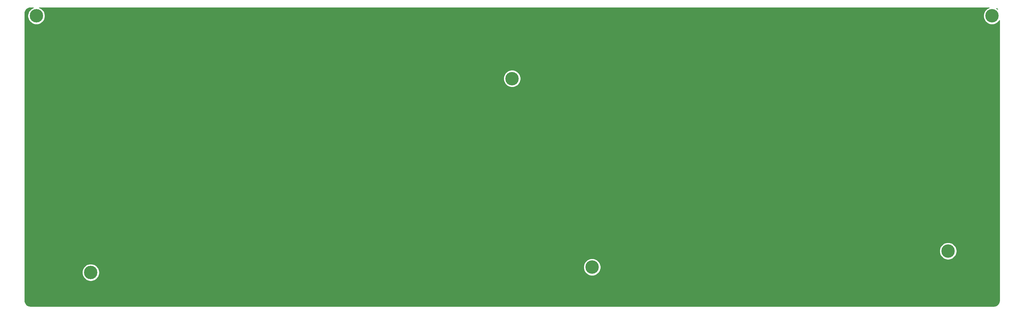
<source format=gbl>
G04 #@! TF.GenerationSoftware,KiCad,Pcbnew,(5.1.10)-1*
G04 #@! TF.CreationDate,2021-08-04T14:20:10+01:00*
G04 #@! TF.ProjectId,EnvKB65_bottom,456e764b-4236-4355-9f62-6f74746f6d2e,rev?*
G04 #@! TF.SameCoordinates,Original*
G04 #@! TF.FileFunction,Copper,L2,Bot*
G04 #@! TF.FilePolarity,Positive*
%FSLAX46Y46*%
G04 Gerber Fmt 4.6, Leading zero omitted, Abs format (unit mm)*
G04 Created by KiCad (PCBNEW (5.1.10)-1) date 2021-08-04 14:20:10*
%MOMM*%
%LPD*%
G01*
G04 APERTURE LIST*
G04 #@! TA.AperFunction,ComponentPad*
%ADD10C,4.400000*%
G04 #@! TD*
G04 #@! TA.AperFunction,NonConductor*
%ADD11C,0.254000*%
G04 #@! TD*
G04 #@! TA.AperFunction,NonConductor*
%ADD12C,0.100000*%
G04 #@! TD*
G04 APERTURE END LIST*
D10*
X251125000Y-183475000D03*
X224900000Y-121600000D03*
X367800000Y-178200000D03*
X86800000Y-185220000D03*
X69000000Y-101000000D03*
X382200000Y-101000000D03*
D11*
X67657124Y-98487656D02*
X67192793Y-98797912D01*
X66797912Y-99192793D01*
X66487656Y-99657124D01*
X66273948Y-100173061D01*
X66165000Y-100720777D01*
X66165000Y-101279223D01*
X66273948Y-101826939D01*
X66487656Y-102342876D01*
X66797912Y-102807207D01*
X67192793Y-103202088D01*
X67657124Y-103512344D01*
X68173061Y-103726052D01*
X68720777Y-103835000D01*
X69279223Y-103835000D01*
X69826939Y-103726052D01*
X70342876Y-103512344D01*
X70807207Y-103202088D01*
X71202088Y-102807207D01*
X71512344Y-102342876D01*
X71726052Y-101826939D01*
X71835000Y-101279223D01*
X71835000Y-100720777D01*
X71726052Y-100173061D01*
X71512344Y-99657124D01*
X71202088Y-99192793D01*
X70807207Y-98797912D01*
X70342876Y-98487656D01*
X69974332Y-98335000D01*
X381225668Y-98335000D01*
X380857124Y-98487656D01*
X380392793Y-98797912D01*
X379997912Y-99192793D01*
X379687656Y-99657124D01*
X379473948Y-100173061D01*
X379365000Y-100720777D01*
X379365000Y-101279223D01*
X379473948Y-101826939D01*
X379687656Y-102342876D01*
X379997912Y-102807207D01*
X380392793Y-103202088D01*
X380857124Y-103512344D01*
X381373061Y-103726052D01*
X381920777Y-103835000D01*
X382479223Y-103835000D01*
X383026939Y-103726052D01*
X383542876Y-103512344D01*
X384007207Y-103202088D01*
X384402088Y-102807207D01*
X384615001Y-102488560D01*
X384615000Y-194416495D01*
X384577211Y-194801897D01*
X384475013Y-195140392D01*
X384309016Y-195452588D01*
X384085539Y-195726599D01*
X383813098Y-195951980D01*
X383502069Y-196120153D01*
X383164296Y-196224711D01*
X382780977Y-196265000D01*
X67033505Y-196265000D01*
X66648103Y-196227211D01*
X66309608Y-196125013D01*
X65997412Y-195959016D01*
X65723401Y-195735539D01*
X65498020Y-195463098D01*
X65329847Y-195152069D01*
X65225289Y-194814296D01*
X65185000Y-194430977D01*
X65185000Y-184940777D01*
X83965000Y-184940777D01*
X83965000Y-185499223D01*
X84073948Y-186046939D01*
X84287656Y-186562876D01*
X84597912Y-187027207D01*
X84992793Y-187422088D01*
X85457124Y-187732344D01*
X85973061Y-187946052D01*
X86520777Y-188055000D01*
X87079223Y-188055000D01*
X87626939Y-187946052D01*
X88142876Y-187732344D01*
X88607207Y-187422088D01*
X89002088Y-187027207D01*
X89312344Y-186562876D01*
X89526052Y-186046939D01*
X89635000Y-185499223D01*
X89635000Y-184940777D01*
X89526052Y-184393061D01*
X89312344Y-183877124D01*
X89002088Y-183412793D01*
X88785072Y-183195777D01*
X248290000Y-183195777D01*
X248290000Y-183754223D01*
X248398948Y-184301939D01*
X248612656Y-184817876D01*
X248922912Y-185282207D01*
X249317793Y-185677088D01*
X249782124Y-185987344D01*
X250298061Y-186201052D01*
X250845777Y-186310000D01*
X251404223Y-186310000D01*
X251951939Y-186201052D01*
X252467876Y-185987344D01*
X252932207Y-185677088D01*
X253327088Y-185282207D01*
X253637344Y-184817876D01*
X253851052Y-184301939D01*
X253960000Y-183754223D01*
X253960000Y-183195777D01*
X253851052Y-182648061D01*
X253637344Y-182132124D01*
X253327088Y-181667793D01*
X252932207Y-181272912D01*
X252467876Y-180962656D01*
X251951939Y-180748948D01*
X251404223Y-180640000D01*
X250845777Y-180640000D01*
X250298061Y-180748948D01*
X249782124Y-180962656D01*
X249317793Y-181272912D01*
X248922912Y-181667793D01*
X248612656Y-182132124D01*
X248398948Y-182648061D01*
X248290000Y-183195777D01*
X88785072Y-183195777D01*
X88607207Y-183017912D01*
X88142876Y-182707656D01*
X87626939Y-182493948D01*
X87079223Y-182385000D01*
X86520777Y-182385000D01*
X85973061Y-182493948D01*
X85457124Y-182707656D01*
X84992793Y-183017912D01*
X84597912Y-183412793D01*
X84287656Y-183877124D01*
X84073948Y-184393061D01*
X83965000Y-184940777D01*
X65185000Y-184940777D01*
X65185000Y-177920777D01*
X364965000Y-177920777D01*
X364965000Y-178479223D01*
X365073948Y-179026939D01*
X365287656Y-179542876D01*
X365597912Y-180007207D01*
X365992793Y-180402088D01*
X366457124Y-180712344D01*
X366973061Y-180926052D01*
X367520777Y-181035000D01*
X368079223Y-181035000D01*
X368626939Y-180926052D01*
X369142876Y-180712344D01*
X369607207Y-180402088D01*
X370002088Y-180007207D01*
X370312344Y-179542876D01*
X370526052Y-179026939D01*
X370635000Y-178479223D01*
X370635000Y-177920777D01*
X370526052Y-177373061D01*
X370312344Y-176857124D01*
X370002088Y-176392793D01*
X369607207Y-175997912D01*
X369142876Y-175687656D01*
X368626939Y-175473948D01*
X368079223Y-175365000D01*
X367520777Y-175365000D01*
X366973061Y-175473948D01*
X366457124Y-175687656D01*
X365992793Y-175997912D01*
X365597912Y-176392793D01*
X365287656Y-176857124D01*
X365073948Y-177373061D01*
X364965000Y-177920777D01*
X65185000Y-177920777D01*
X65185000Y-121320777D01*
X222065000Y-121320777D01*
X222065000Y-121879223D01*
X222173948Y-122426939D01*
X222387656Y-122942876D01*
X222697912Y-123407207D01*
X223092793Y-123802088D01*
X223557124Y-124112344D01*
X224073061Y-124326052D01*
X224620777Y-124435000D01*
X225179223Y-124435000D01*
X225726939Y-124326052D01*
X226242876Y-124112344D01*
X226707207Y-123802088D01*
X227102088Y-123407207D01*
X227412344Y-122942876D01*
X227626052Y-122426939D01*
X227735000Y-121879223D01*
X227735000Y-121320777D01*
X227626052Y-120773061D01*
X227412344Y-120257124D01*
X227102088Y-119792793D01*
X226707207Y-119397912D01*
X226242876Y-119087656D01*
X225726939Y-118873948D01*
X225179223Y-118765000D01*
X224620777Y-118765000D01*
X224073061Y-118873948D01*
X223557124Y-119087656D01*
X223092793Y-119397912D01*
X222697912Y-119792793D01*
X222387656Y-120257124D01*
X222173948Y-120773061D01*
X222065000Y-121320777D01*
X65185000Y-121320777D01*
X65185000Y-100183504D01*
X65222789Y-99798103D01*
X65324987Y-99459607D01*
X65490984Y-99147412D01*
X65714460Y-98873403D01*
X65986902Y-98648020D01*
X66297931Y-98479847D01*
X66635708Y-98375288D01*
X67019022Y-98335000D01*
X68025668Y-98335000D01*
X67657124Y-98487656D01*
G04 #@! TA.AperFunction,NonConductor*
D12*
G36*
X67657124Y-98487656D02*
G01*
X67192793Y-98797912D01*
X66797912Y-99192793D01*
X66487656Y-99657124D01*
X66273948Y-100173061D01*
X66165000Y-100720777D01*
X66165000Y-101279223D01*
X66273948Y-101826939D01*
X66487656Y-102342876D01*
X66797912Y-102807207D01*
X67192793Y-103202088D01*
X67657124Y-103512344D01*
X68173061Y-103726052D01*
X68720777Y-103835000D01*
X69279223Y-103835000D01*
X69826939Y-103726052D01*
X70342876Y-103512344D01*
X70807207Y-103202088D01*
X71202088Y-102807207D01*
X71512344Y-102342876D01*
X71726052Y-101826939D01*
X71835000Y-101279223D01*
X71835000Y-100720777D01*
X71726052Y-100173061D01*
X71512344Y-99657124D01*
X71202088Y-99192793D01*
X70807207Y-98797912D01*
X70342876Y-98487656D01*
X69974332Y-98335000D01*
X381225668Y-98335000D01*
X380857124Y-98487656D01*
X380392793Y-98797912D01*
X379997912Y-99192793D01*
X379687656Y-99657124D01*
X379473948Y-100173061D01*
X379365000Y-100720777D01*
X379365000Y-101279223D01*
X379473948Y-101826939D01*
X379687656Y-102342876D01*
X379997912Y-102807207D01*
X380392793Y-103202088D01*
X380857124Y-103512344D01*
X381373061Y-103726052D01*
X381920777Y-103835000D01*
X382479223Y-103835000D01*
X383026939Y-103726052D01*
X383542876Y-103512344D01*
X384007207Y-103202088D01*
X384402088Y-102807207D01*
X384615001Y-102488560D01*
X384615000Y-194416495D01*
X384577211Y-194801897D01*
X384475013Y-195140392D01*
X384309016Y-195452588D01*
X384085539Y-195726599D01*
X383813098Y-195951980D01*
X383502069Y-196120153D01*
X383164296Y-196224711D01*
X382780977Y-196265000D01*
X67033505Y-196265000D01*
X66648103Y-196227211D01*
X66309608Y-196125013D01*
X65997412Y-195959016D01*
X65723401Y-195735539D01*
X65498020Y-195463098D01*
X65329847Y-195152069D01*
X65225289Y-194814296D01*
X65185000Y-194430977D01*
X65185000Y-184940777D01*
X83965000Y-184940777D01*
X83965000Y-185499223D01*
X84073948Y-186046939D01*
X84287656Y-186562876D01*
X84597912Y-187027207D01*
X84992793Y-187422088D01*
X85457124Y-187732344D01*
X85973061Y-187946052D01*
X86520777Y-188055000D01*
X87079223Y-188055000D01*
X87626939Y-187946052D01*
X88142876Y-187732344D01*
X88607207Y-187422088D01*
X89002088Y-187027207D01*
X89312344Y-186562876D01*
X89526052Y-186046939D01*
X89635000Y-185499223D01*
X89635000Y-184940777D01*
X89526052Y-184393061D01*
X89312344Y-183877124D01*
X89002088Y-183412793D01*
X88785072Y-183195777D01*
X248290000Y-183195777D01*
X248290000Y-183754223D01*
X248398948Y-184301939D01*
X248612656Y-184817876D01*
X248922912Y-185282207D01*
X249317793Y-185677088D01*
X249782124Y-185987344D01*
X250298061Y-186201052D01*
X250845777Y-186310000D01*
X251404223Y-186310000D01*
X251951939Y-186201052D01*
X252467876Y-185987344D01*
X252932207Y-185677088D01*
X253327088Y-185282207D01*
X253637344Y-184817876D01*
X253851052Y-184301939D01*
X253960000Y-183754223D01*
X253960000Y-183195777D01*
X253851052Y-182648061D01*
X253637344Y-182132124D01*
X253327088Y-181667793D01*
X252932207Y-181272912D01*
X252467876Y-180962656D01*
X251951939Y-180748948D01*
X251404223Y-180640000D01*
X250845777Y-180640000D01*
X250298061Y-180748948D01*
X249782124Y-180962656D01*
X249317793Y-181272912D01*
X248922912Y-181667793D01*
X248612656Y-182132124D01*
X248398948Y-182648061D01*
X248290000Y-183195777D01*
X88785072Y-183195777D01*
X88607207Y-183017912D01*
X88142876Y-182707656D01*
X87626939Y-182493948D01*
X87079223Y-182385000D01*
X86520777Y-182385000D01*
X85973061Y-182493948D01*
X85457124Y-182707656D01*
X84992793Y-183017912D01*
X84597912Y-183412793D01*
X84287656Y-183877124D01*
X84073948Y-184393061D01*
X83965000Y-184940777D01*
X65185000Y-184940777D01*
X65185000Y-177920777D01*
X364965000Y-177920777D01*
X364965000Y-178479223D01*
X365073948Y-179026939D01*
X365287656Y-179542876D01*
X365597912Y-180007207D01*
X365992793Y-180402088D01*
X366457124Y-180712344D01*
X366973061Y-180926052D01*
X367520777Y-181035000D01*
X368079223Y-181035000D01*
X368626939Y-180926052D01*
X369142876Y-180712344D01*
X369607207Y-180402088D01*
X370002088Y-180007207D01*
X370312344Y-179542876D01*
X370526052Y-179026939D01*
X370635000Y-178479223D01*
X370635000Y-177920777D01*
X370526052Y-177373061D01*
X370312344Y-176857124D01*
X370002088Y-176392793D01*
X369607207Y-175997912D01*
X369142876Y-175687656D01*
X368626939Y-175473948D01*
X368079223Y-175365000D01*
X367520777Y-175365000D01*
X366973061Y-175473948D01*
X366457124Y-175687656D01*
X365992793Y-175997912D01*
X365597912Y-176392793D01*
X365287656Y-176857124D01*
X365073948Y-177373061D01*
X364965000Y-177920777D01*
X65185000Y-177920777D01*
X65185000Y-121320777D01*
X222065000Y-121320777D01*
X222065000Y-121879223D01*
X222173948Y-122426939D01*
X222387656Y-122942876D01*
X222697912Y-123407207D01*
X223092793Y-123802088D01*
X223557124Y-124112344D01*
X224073061Y-124326052D01*
X224620777Y-124435000D01*
X225179223Y-124435000D01*
X225726939Y-124326052D01*
X226242876Y-124112344D01*
X226707207Y-123802088D01*
X227102088Y-123407207D01*
X227412344Y-122942876D01*
X227626052Y-122426939D01*
X227735000Y-121879223D01*
X227735000Y-121320777D01*
X227626052Y-120773061D01*
X227412344Y-120257124D01*
X227102088Y-119792793D01*
X226707207Y-119397912D01*
X226242876Y-119087656D01*
X225726939Y-118873948D01*
X225179223Y-118765000D01*
X224620777Y-118765000D01*
X224073061Y-118873948D01*
X223557124Y-119087656D01*
X223092793Y-119397912D01*
X222697912Y-119792793D01*
X222387656Y-120257124D01*
X222173948Y-120773061D01*
X222065000Y-121320777D01*
X65185000Y-121320777D01*
X65185000Y-100183504D01*
X65222789Y-99798103D01*
X65324987Y-99459607D01*
X65490984Y-99147412D01*
X65714460Y-98873403D01*
X65986902Y-98648020D01*
X66297931Y-98479847D01*
X66635708Y-98375288D01*
X67019022Y-98335000D01*
X68025668Y-98335000D01*
X67657124Y-98487656D01*
G37*
G04 #@! TD.AperFunction*
D11*
X384076597Y-98864460D02*
X384090208Y-98880913D01*
X384061187Y-98851892D01*
X384076597Y-98864460D01*
G04 #@! TA.AperFunction,NonConductor*
D12*
G36*
X384076597Y-98864460D02*
G01*
X384090208Y-98880913D01*
X384061187Y-98851892D01*
X384076597Y-98864460D01*
G37*
G04 #@! TD.AperFunction*
D11*
X383802588Y-98640984D02*
X383939670Y-98752785D01*
X383654526Y-98562258D01*
X383802588Y-98640984D01*
G04 #@! TA.AperFunction,NonConductor*
D12*
G36*
X383802588Y-98640984D02*
G01*
X383939670Y-98752785D01*
X383654526Y-98562258D01*
X383802588Y-98640984D01*
G37*
G04 #@! TD.AperFunction*
M02*

</source>
